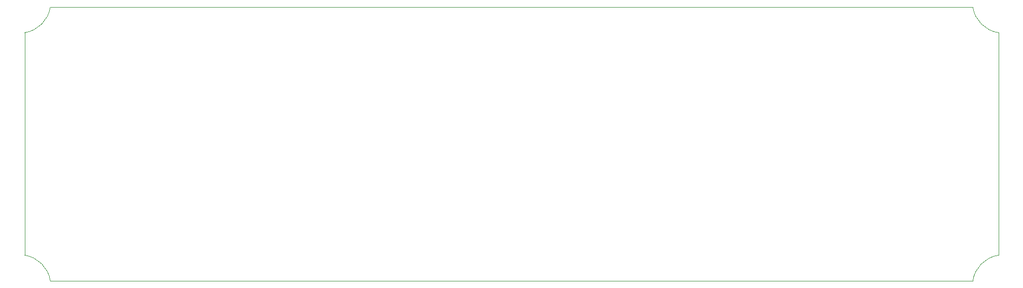
<source format=gm1>
G04 #@! TF.GenerationSoftware,KiCad,Pcbnew,(5.1.9)-1*
G04 #@! TF.CreationDate,2021-03-13T10:24:33-05:00*
G04 #@! TF.ProjectId,Aquarium_Dosing_Pump_Controller,41717561-7269-4756-9d5f-446f73696e67,rev?*
G04 #@! TF.SameCoordinates,Original*
G04 #@! TF.FileFunction,Profile,NP*
%FSLAX46Y46*%
G04 Gerber Fmt 4.6, Leading zero omitted, Abs format (unit mm)*
G04 Created by KiCad (PCBNEW (5.1.9)-1) date 2021-03-13 10:24:33*
%MOMM*%
%LPD*%
G01*
G04 APERTURE LIST*
G04 #@! TA.AperFunction,Profile*
%ADD10C,0.100000*%
G04 #@! TD*
G04 #@! TA.AperFunction,Profile*
%ADD11C,0.050000*%
G04 #@! TD*
G04 APERTURE END LIST*
D10*
X206024769Y-119106053D02*
G75*
G02*
X210306049Y-114824770I5025231J-743947D01*
G01*
D11*
X210306049Y-114824770D02*
X210306049Y-77667336D01*
D10*
X210306049Y-77667336D02*
G75*
G02*
X206024769Y-73386053I743951J5025230D01*
G01*
D11*
X206024769Y-73386053D02*
X52027332Y-73386054D01*
X52027331Y-119106053D02*
X206024769Y-119106053D01*
X47746049Y-77667335D02*
X47746049Y-114824772D01*
D10*
X47746050Y-114824772D02*
G75*
G02*
X52027331Y-119106053I-743949J-5025230D01*
G01*
X52027332Y-73386054D02*
G75*
G02*
X47746049Y-77667335I-5025231J743950D01*
G01*
M02*

</source>
